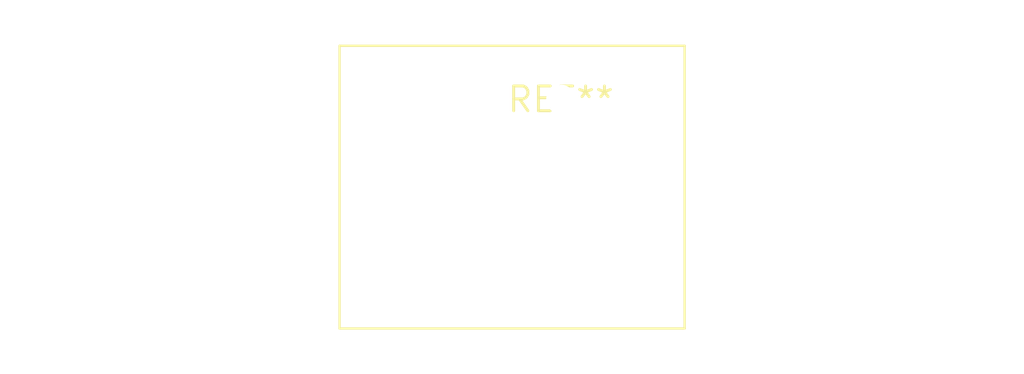
<source format=kicad_pcb>
(kicad_pcb (version 20240108) (generator pcbnew)
  (layers (0 "F.Cu" signal) (31 "B.Cu" signal) (34 "B.Paste" user) (35 "F.Paste" user) (36 "B.SilkS" user "B.Silkscreen") (37 "F.SilkS" user "F.Silkscreen") (38 "B.Mask" user) (39 "F.Mask" user) (44 "Edge.Cuts" user))
  (net 0 "")
  (footprint "SW_Matias_2.75u" (layer "F.Cu") (at 0 0)
    (property "Reference" "REF**")
    (property "Value" "SW_Matias_2.75u")
    (fp_line (start -11.35 -2.75) (end 6.35 -2.75) (layer "F.SilkS") (stroke (width 0.12)))
    (fp_line (start -11.35 11.75) (end -11.35 -2.75) (layer "F.SilkS") (stroke (width 0.12)))
    (fp_line (start 6.35 -2.75) (end 6.35 11.75) (layer "F.SilkS") (stroke (width 0.12)))
    (fp_line (start 6.35 11.75) (end -11.35 11.75) (layer "F.SilkS") (stroke (width 0.12)))
    (pad "1" thru_hole circle (at 0 0) (size 2.2 2.2) (drill 1.5) (layers *.Cu *.Mask) (remove_unused_layers))
    (pad "2" thru_hole circle (at -5 0.5) (size 2.2 2.2) (drill 1.5) (layers *.Cu *.Mask) (remove_unused_layers))
  )
)
</source>
